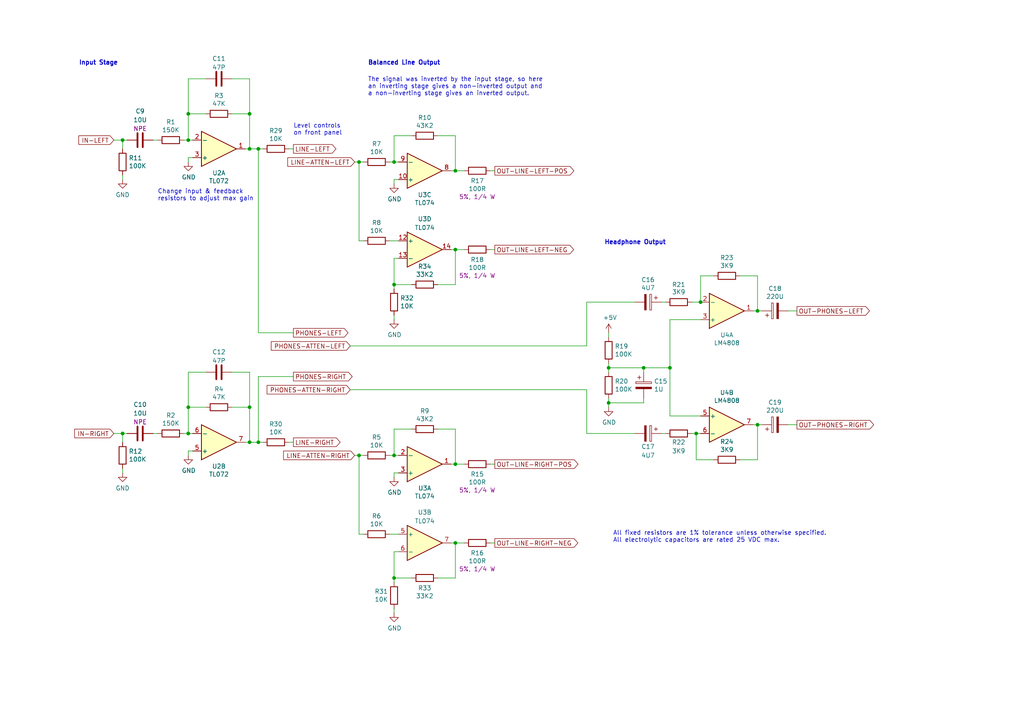
<source format=kicad_sch>
(kicad_sch (version 20211123) (generator eeschema)
  (paper "A4")
  (title_block (title "Main - Eurorack Audiout Module") (date "2022-03-17") (rev "1.3") (company "Len Popp") (comment 1 "Copyright © 2022 Len Popp CC BY") (comment 2 "Stereo headphone and balanced line outputs with level controls, 4 HP"))
  (lib_symbols
    (symbol "-lmp-opamp:TL072" (pin_names (offset 0.127))
      (property "Reference" "U" (at 0 5.08 0))
      (property "Value" "TL072" (at 0 -5.08 0))
      (symbol "TL072_1_1"
        (polyline (pts (xy -5.08 5.08) (xy 5.08 0) (xy -5.08 -5.08) (xy -5.08 5.08)) (stroke (width 0.254)) (fill (type background)))
        (pin output line (at 7.62 0 180) (length 2.54) (name "~") (number "1"))
        (pin input line (at -7.62 -2.54 0) (length 2.54) (name "-") (number "2"))
        (pin input line (at -7.62 2.54 0) (length 2.54) (name "+") (number "3"))
      )
      (symbol "TL072_2_1"
        (polyline (pts (xy -5.08 5.08) (xy 5.08 0) (xy -5.08 -5.08) (xy -5.08 5.08)) (stroke (width 0.254)) (fill (type background)))
        (pin input line (at -7.62 2.54 0) (length 2.54) (name "+") (number "5"))
        (pin input line (at -7.62 -2.54 0) (length 2.54) (name "-") (number "6"))
        (pin output line (at 7.62 0 180) (length 2.54) (name "~") (number "7"))
      )
      (symbol "TL072_3_1"
        (pin power_in line (at -2.54 -7.62 90) (length 3.81) (name "V-") (number "4"))
        (pin power_in line (at -2.54 7.62 270) (length 3.81) (name "V+") (number "8"))
      )
    )
    (symbol "-lmp-opamp:TL074" (pin_names (offset 0.127))
      (property "Reference" "U" (at 0 5.08 0))
      (property "Value" "TL074" (at 0 -5.08 0))
      (symbol "TL074_1_1"
        (polyline (pts (xy -5.08 5.08) (xy 5.08 0) (xy -5.08 -5.08) (xy -5.08 5.08)) (stroke (width 0.254)) (fill (type background)))
        (pin output line (at 7.62 0 180) (length 2.54) (name "~") (number "1"))
        (pin input line (at -7.62 -2.54 0) (length 2.54) (name "-") (number "2"))
        (pin input line (at -7.62 2.54 0) (length 2.54) (name "+") (number "3"))
      )
      (symbol "TL074_2_1"
        (polyline (pts (xy -5.08 5.08) (xy 5.08 0) (xy -5.08 -5.08) (xy -5.08 5.08)) (stroke (width 0.254)) (fill (type background)))
        (pin input line (at -7.62 2.54 0) (length 2.54) (name "+") (number "5"))
        (pin input line (at -7.62 -2.54 0) (length 2.54) (name "-") (number "6"))
        (pin output line (at 7.62 0 180) (length 2.54) (name "~") (number "7"))
      )
      (symbol "TL074_3_1"
        (polyline (pts (xy -5.08 5.08) (xy 5.08 0) (xy -5.08 -5.08) (xy -5.08 5.08)) (stroke (width 0.254)) (fill (type background)))
        (pin input line (at -7.62 2.54 0) (length 2.54) (name "+") (number "10"))
        (pin output line (at 7.62 0 180) (length 2.54) (name "~") (number "8"))
        (pin input line (at -7.62 -2.54 0) (length 2.54) (name "-") (number "9"))
      )
      (symbol "TL074_4_1"
        (polyline (pts (xy -5.08 5.08) (xy 5.08 0) (xy -5.08 -5.08) (xy -5.08 5.08)) (stroke (width 0.254)) (fill (type background)))
        (pin input line (at -7.62 2.54 0) (length 2.54) (name "+") (number "12"))
        (pin input line (at -7.62 -2.54 0) (length 2.54) (name "-") (number "13"))
        (pin output line (at 7.62 0 180) (length 2.54) (name "~") (number "14"))
      )
      (symbol "TL074_5_1"
        (pin power_in line (at -2.54 -7.62 90) (length 3.81) (name "V-") (number "11"))
        (pin power_in line (at -2.54 7.62 270) (length 3.81) (name "V+") (number "4"))
      )
    )
    (symbol "-lmp-power:+5V" (power) (pin_names (offset 0))
      (property "Value" "+5V" (at 0 3.556 0))
      (symbol "+5V_0_1"
        (polyline (pts (xy -0.762 1.27) (xy 0 2.54)))
        (polyline (pts (xy 0 0) (xy 0 2.54)))
        (polyline (pts (xy 0 2.54) (xy 0.762 1.27)))
      )
      (symbol "+5V_1_1"
        (pin power_in line (at 0 0 90) (length 0) hide (name "+5V") (number "1"))
      )
    )
    (symbol "-lmp-power:GND" (power) (pin_names (offset 0))
      (property "Value" "GND" (at 0 -3.81 0))
      (symbol "GND_0_1"
        (polyline (pts (xy 0 0) (xy 0 -1.27) (xy 1.27 -1.27) (xy 0 -2.54) (xy -1.27 -1.27) (xy 0 -1.27)))
      )
      (symbol "GND_1_1"
        (pin power_in line (at 0 0 270) (length 0) hide (name "GND") (number "1"))
      )
    )
    (symbol "-lmp-synth:CNP_10U" (pin_numbers hide) (pin_names (offset 0.254))
      (property "Reference" "C" (at 0.635 2.54 0))
      (property "Value" "CNP_10U" (at 0.635 -2.54 0))
      (property "Value2" "NPE" (at 0 0 0))
      (symbol "CNP_10U_0_1"
        (polyline (pts (xy -2.032 -0.762) (xy 2.032 -0.762)) (stroke (width 0.508)))
        (polyline (pts (xy -2.032 0.762) (xy 2.032 0.762)) (stroke (width 0.508)))
      )
      (symbol "CNP_10U_1_1"
        (pin passive line (at 0 3.81 270) (length 2.794) (name "~") (number "1"))
        (pin passive line (at 0 -3.81 90) (length 2.794) (name "~") (number "2"))
      )
    )
    (symbol "-lmp-synth:LM4808" (pin_names (offset 0.127))
      (property "Reference" "U" (at 0 5.08 0))
      (property "Value" "LM4808" (at 0 -5.08 0))
      (symbol "LM4808_1_1"
        (polyline (pts (xy -5.08 5.08) (xy 5.08 0) (xy -5.08 -5.08) (xy -5.08 5.08)) (stroke (width 0.254)) (fill (type background)))
        (pin output line (at 7.62 0 180) (length 2.54) (name "~") (number "1"))
        (pin input line (at -7.62 -2.54 0) (length 2.54) (name "-") (number "2"))
        (pin input line (at -7.62 2.54 0) (length 2.54) (name "+") (number "3"))
      )
      (symbol "LM4808_2_1"
        (polyline (pts (xy -5.08 5.08) (xy 5.08 0) (xy -5.08 -5.08) (xy -5.08 5.08)) (stroke (width 0.254)) (fill (type background)))
        (pin input line (at -7.62 2.54 0) (length 2.54) (name "+") (number "5"))
        (pin input line (at -7.62 -2.54 0) (length 2.54) (name "-") (number "6"))
        (pin output line (at 7.62 0 180) (length 2.54) (name "~") (number "7"))
      )
      (symbol "LM4808_3_1"
        (pin power_in line (at -2.54 -7.62 90) (length 3.81) (name "GND") (number "4"))
        (pin power_in line (at -2.54 7.62 270) (length 3.81) (name "V+") (number "8"))
      )
    )
    (symbol "-lmp-synth:R_1K_Output" (pin_numbers hide) (pin_names (offset 0))
      (property "Reference" "R" (at -2.286 0 90))
      (property "Value" "R_1K_Output" (at 2.413 0 90))
      (property "Value2" "5%, 1/4 W" (at 4.445 0 90))
      (symbol "R_1K_Output_0_1"
        (rectangle (start -1.016 -2.54) (end 1.016 2.54) (stroke (width 0.254)))
      )
      (symbol "R_1K_Output_1_1"
        (pin passive line (at 0 3.81 270) (length 1.27) (name "~") (number "1"))
        (pin passive line (at 0 -3.81 90) (length 1.27) (name "~") (number "2"))
      )
    )
    (symbol "-lmp:CC" (pin_numbers hide) (pin_names (offset 0.254))
      (property "Reference" "C" (at 0.635 2.54 0))
      (property "Value" "CC" (at 0.635 -2.54 0))
      (symbol "CC_0_1"
        (polyline (pts (xy -2.032 -0.762) (xy 2.032 -0.762)) (stroke (width 0.508)))
        (polyline (pts (xy -2.032 0.762) (xy 2.032 0.762)) (stroke (width 0.508)))
      )
      (symbol "CC_1_1"
        (pin passive line (at 0 3.81 270) (length 2.794) (name "~") (number "1"))
        (pin passive line (at 0 -3.81 90) (length 2.794) (name "~") (number "2"))
      )
    )
    (symbol "-lmp:CP" (pin_numbers hide) (pin_names (offset 0.254))
      (property "Reference" "C" (at 0.635 2.54 0))
      (property "Value" "CP" (at 0.635 -2.54 0))
      (symbol "CP_0_1"
        (rectangle (start -2.286 0.508) (end 2.286 1.016))
        (polyline (pts (xy -1.778 2.286) (xy -0.762 2.286)))
        (polyline (pts (xy -1.27 2.794) (xy -1.27 1.778)))
        (rectangle (start 2.286 -0.508) (end -2.286 -1.016) (fill (type outline)))
      )
      (symbol "CP_1_1"
        (pin passive line (at 0 3.81 270) (length 2.794) (name "~") (number "1"))
        (pin passive line (at 0 -3.81 90) (length 2.794) (name "~") (number "2"))
      )
    )
    (symbol "-lmp:R" (pin_numbers hide) (pin_names (offset 0))
      (property "Reference" "R" (at -2.286 0 90))
      (property "Value" "R" (at 2.413 0 90))
      (symbol "R_0_1"
        (rectangle (start -1.016 -2.54) (end 1.016 2.54) (stroke (width 0.254)))
      )
      (symbol "R_1_1"
        (pin passive line (at 0 3.81 270) (length 1.27) (name "~") (number "1"))
        (pin passive line (at 0 -3.81 90) (length 1.27) (name "~") (number "2"))
      )
    )
  )
  (junction (at 104.14 46.99))
  (junction (at 54.61 40.64))
  (junction (at 72.39 33.02))
  (junction (at 219.71 90.17))
  (junction (at 72.39 43.18))
  (junction (at 132.08 72.39))
  (junction (at 176.53 106.68))
  (junction (at 54.61 118.11))
  (junction (at 203.2 87.63))
  (junction (at 104.14 132.08))
  (junction (at 132.08 134.62))
  (junction (at 194.31 106.68))
  (junction (at 114.3 132.08))
  (junction (at 35.56 125.73))
  (junction (at 35.56 40.64))
  (junction (at 114.3 82.55))
  (junction (at 74.93 128.27))
  (junction (at 201.93 125.73))
  (junction (at 132.08 157.48))
  (junction (at 219.71 123.19))
  (junction (at 114.3 167.64))
  (junction (at 54.61 125.73))
  (junction (at 54.61 33.02))
  (junction (at 186.69 106.68))
  (junction (at 114.3 46.99))
  (junction (at 72.39 128.27))
  (junction (at 72.39 118.11))
  (junction (at 132.08 49.53))
  (junction (at 74.93 43.18))
  (junction (at 176.53 116.84))
  (wire (pts (xy 54.61 107.95) (xy 54.61 118.11)))
  (wire (pts (xy 219.71 123.19) (xy 220.98 123.19)))
  (wire (pts (xy 114.3 168.91) (xy 114.3 167.64)))
  (wire (pts (xy 114.3 132.08) (xy 115.57 132.08)))
  (wire (pts (xy 35.56 40.64) (xy 36.83 40.64)))
  (wire (pts (xy 44.45 40.64) (xy 45.72 40.64)))
  (wire (pts (xy 54.61 40.64) (xy 55.88 40.64)))
  (wire (pts (xy 115.57 69.85) (xy 113.03 69.85)))
  (wire (pts (xy 170.18 125.73) (xy 184.15 125.73)))
  (wire (pts (xy 114.3 124.46) (xy 114.3 132.08)))
  (wire (pts (xy 114.3 39.37) (xy 114.3 46.99)))
  (wire (pts (xy 186.69 106.68) (xy 186.69 107.95)))
  (wire (pts (xy 54.61 125.73) (xy 55.88 125.73)))
  (wire (pts (xy 194.31 106.68) (xy 194.31 120.65)))
  (wire (pts (xy 114.3 39.37) (xy 119.38 39.37)))
  (wire (pts (xy 203.2 87.63) (xy 203.2 80.01)))
  (wire (pts (xy 132.08 72.39) (xy 132.08 82.55)))
  (wire (pts (xy 33.02 40.64) (xy 35.56 40.64)))
  (wire (pts (xy 201.93 133.35) (xy 201.93 125.73)))
  (wire (pts (xy 176.53 106.68) (xy 176.53 105.41)))
  (wire (pts (xy 170.18 87.63) (xy 184.15 87.63)))
  (wire (pts (xy 176.53 97.79) (xy 176.53 96.52)))
  (wire (pts (xy 53.34 125.73) (xy 54.61 125.73)))
  (wire (pts (xy 85.09 43.18) (xy 83.82 43.18)))
  (wire (pts (xy 72.39 118.11) (xy 72.39 107.95)))
  (wire (pts (xy 104.14 46.99) (xy 105.41 46.99)))
  (wire (pts (xy 54.61 45.72) (xy 55.88 45.72)))
  (wire (pts (xy 54.61 22.86) (xy 54.61 33.02)))
  (wire (pts (xy 76.2 128.27) (xy 74.93 128.27)))
  (wire (pts (xy 203.2 80.01) (xy 207.01 80.01)))
  (wire (pts (xy 114.3 52.07) (xy 115.57 52.07)))
  (wire (pts (xy 119.38 82.55) (xy 114.3 82.55)))
  (wire (pts (xy 114.3 137.16) (xy 115.57 137.16)))
  (wire (pts (xy 54.61 118.11) (xy 59.69 118.11)))
  (wire (pts (xy 218.44 90.17) (xy 219.71 90.17)))
  (wire (pts (xy 219.71 80.01) (xy 219.71 90.17)))
  (wire (pts (xy 114.3 160.02) (xy 114.3 167.64)))
  (wire (pts (xy 200.66 125.73) (xy 201.93 125.73)))
  (wire (pts (xy 219.71 123.19) (xy 219.71 133.35)))
  (wire (pts (xy 132.08 39.37) (xy 132.08 49.53)))
  (wire (pts (xy 142.24 49.53) (xy 143.51 49.53)))
  (wire (pts (xy 114.3 74.93) (xy 114.3 82.55)))
  (wire (pts (xy 74.93 109.22) (xy 85.09 109.22)))
  (wire (pts (xy 72.39 43.18) (xy 71.12 43.18)))
  (wire (pts (xy 130.81 157.48) (xy 132.08 157.48)))
  (wire (pts (xy 85.09 96.52) (xy 74.93 96.52)))
  (wire (pts (xy 53.34 40.64) (xy 54.61 40.64)))
  (wire (pts (xy 72.39 22.86) (xy 67.31 22.86)))
  (wire (pts (xy 54.61 132.08) (xy 54.61 130.81)))
  (wire (pts (xy 194.31 120.65) (xy 203.2 120.65)))
  (wire (pts (xy 35.56 125.73) (xy 36.83 125.73)))
  (wire (pts (xy 76.2 43.18) (xy 74.93 43.18)))
  (wire (pts (xy 35.56 50.8) (xy 35.56 52.07)))
  (wire (pts (xy 114.3 92.71) (xy 114.3 91.44)))
  (wire (pts (xy 219.71 133.35) (xy 214.63 133.35)))
  (wire (pts (xy 113.03 132.08) (xy 114.3 132.08)))
  (wire (pts (xy 132.08 167.64) (xy 127 167.64)))
  (wire (pts (xy 74.93 43.18) (xy 74.93 96.52)))
  (wire (pts (xy 72.39 33.02) (xy 72.39 43.18)))
  (wire (pts (xy 72.39 128.27) (xy 71.12 128.27)))
  (wire (pts (xy 130.81 72.39) (xy 132.08 72.39)))
  (wire (pts (xy 59.69 107.95) (xy 54.61 107.95)))
  (wire (pts (xy 194.31 92.71) (xy 203.2 92.71)))
  (wire (pts (xy 170.18 87.63) (xy 170.18 100.33)))
  (wire (pts (xy 74.93 109.22) (xy 74.93 128.27)))
  (wire (pts (xy 132.08 157.48) (xy 134.62 157.48)))
  (wire (pts (xy 115.57 154.94) (xy 113.03 154.94)))
  (wire (pts (xy 114.3 160.02) (xy 115.57 160.02)))
  (wire (pts (xy 115.57 74.93) (xy 114.3 74.93)))
  (wire (pts (xy 132.08 134.62) (xy 130.81 134.62)))
  (wire (pts (xy 105.41 69.85) (xy 104.14 69.85)))
  (wire (pts (xy 176.53 115.57) (xy 176.53 116.84)))
  (wire (pts (xy 231.14 123.19) (xy 228.6 123.19)))
  (wire (pts (xy 101.6 113.03) (xy 170.18 113.03)))
  (wire (pts (xy 114.3 46.99) (xy 115.57 46.99)))
  (wire (pts (xy 186.69 106.68) (xy 194.31 106.68)))
  (wire (pts (xy 132.08 72.39) (xy 134.62 72.39)))
  (wire (pts (xy 59.69 22.86) (xy 54.61 22.86)))
  (wire (pts (xy 54.61 33.02) (xy 59.69 33.02)))
  (wire (pts (xy 132.08 134.62) (xy 134.62 134.62)))
  (wire (pts (xy 201.93 125.73) (xy 203.2 125.73)))
  (wire (pts (xy 170.18 125.73) (xy 170.18 113.03)))
  (wire (pts (xy 119.38 167.64) (xy 114.3 167.64)))
  (wire (pts (xy 35.56 125.73) (xy 35.56 128.27)))
  (wire (pts (xy 114.3 82.55) (xy 114.3 83.82)))
  (wire (pts (xy 72.39 128.27) (xy 74.93 128.27)))
  (wire (pts (xy 132.08 49.53) (xy 134.62 49.53)))
  (wire (pts (xy 104.14 132.08) (xy 104.14 154.94)))
  (wire (pts (xy 72.39 43.18) (xy 74.93 43.18)))
  (wire (pts (xy 35.56 135.89) (xy 35.56 137.16)))
  (wire (pts (xy 132.08 49.53) (xy 130.81 49.53)))
  (wire (pts (xy 104.14 132.08) (xy 105.41 132.08)))
  (wire (pts (xy 54.61 40.64) (xy 54.61 33.02)))
  (wire (pts (xy 194.31 92.71) (xy 194.31 106.68)))
  (wire (pts (xy 114.3 138.43) (xy 114.3 137.16)))
  (wire (pts (xy 72.39 107.95) (xy 67.31 107.95)))
  (wire (pts (xy 72.39 118.11) (xy 72.39 128.27)))
  (wire (pts (xy 101.6 100.33) (xy 170.18 100.33)))
  (wire (pts (xy 214.63 80.01) (xy 219.71 80.01)))
  (wire (pts (xy 35.56 40.64) (xy 35.56 43.18)))
  (wire (pts (xy 72.39 33.02) (xy 72.39 22.86)))
  (wire (pts (xy 132.08 82.55) (xy 127 82.55)))
  (wire (pts (xy 219.71 90.17) (xy 220.98 90.17)))
  (wire (pts (xy 105.41 154.94) (xy 104.14 154.94)))
  (wire (pts (xy 132.08 124.46) (xy 132.08 134.62)))
  (wire (pts (xy 193.04 125.73) (xy 191.77 125.73)))
  (wire (pts (xy 54.61 130.81) (xy 55.88 130.81)))
  (wire (pts (xy 67.31 33.02) (xy 72.39 33.02)))
  (wire (pts (xy 176.53 116.84) (xy 186.69 116.84)))
  (wire (pts (xy 67.31 118.11) (xy 72.39 118.11)))
  (wire (pts (xy 33.02 125.73) (xy 35.56 125.73)))
  (wire (pts (xy 102.87 132.08) (xy 104.14 132.08)))
  (wire (pts (xy 54.61 125.73) (xy 54.61 118.11)))
  (wire (pts (xy 176.53 118.11) (xy 176.53 116.84)))
  (wire (pts (xy 200.66 87.63) (xy 203.2 87.63)))
  (wire (pts (xy 142.24 157.48) (xy 143.51 157.48)))
  (wire (pts (xy 127 39.37) (xy 132.08 39.37)))
  (wire (pts (xy 176.53 106.68) (xy 186.69 106.68)))
  (wire (pts (xy 102.87 46.99) (xy 104.14 46.99)))
  (wire (pts (xy 114.3 124.46) (xy 119.38 124.46)))
  (wire (pts (xy 114.3 53.34) (xy 114.3 52.07)))
  (wire (pts (xy 113.03 46.99) (xy 114.3 46.99)))
  (wire (pts (xy 85.09 128.27) (xy 83.82 128.27)))
  (wire (pts (xy 186.69 116.84) (xy 186.69 115.57)))
  (wire (pts (xy 142.24 134.62) (xy 143.51 134.62)))
  (wire (pts (xy 218.44 123.19) (xy 219.71 123.19)))
  (wire (pts (xy 114.3 177.8) (xy 114.3 176.53)))
  (wire (pts (xy 228.6 90.17) (xy 231.14 90.17)))
  (wire (pts (xy 207.01 133.35) (xy 201.93 133.35)))
  (wire (pts (xy 127 124.46) (xy 132.08 124.46)))
  (wire (pts (xy 54.61 46.99) (xy 54.61 45.72)))
  (wire (pts (xy 44.45 125.73) (xy 45.72 125.73)))
  (wire (pts (xy 142.24 72.39) (xy 143.51 72.39)))
  (wire (pts (xy 191.77 87.63) (xy 193.04 87.63)))
  (wire (pts (xy 104.14 46.99) (xy 104.14 69.85)))
  (wire (pts (xy 132.08 157.48) (xy 132.08 167.64)))
  (wire (pts (xy 176.53 107.95) (xy 176.53 106.68)))
  (text "Input Stage" (at 22.86 19.05 0) (effects (font (size 1.27 1.27) (thickness 0.254) bold) (justify left bottom)))
  (text "Level controls\non front panel" (at 85.09 39.37 0) (effects (font (size 1.27 1.27)) (justify left bottom)))
  (text "Change input & feedback \nresistors to adjust max gain" (at 45.72 58.42 0) (effects (font (size 1.27 1.27)) (justify left bottom)))
  (text "The signal was inverted by the input stage, so here \nan inverting stage gives a non-inverted output and \na non-inverting stage gives an inverted output." (at 106.68 27.94 0) (effects (font (size 1.27 1.27)) (justify left bottom)))
  (text "Headphone Output" (at 175.26 71.12 0) (effects (font (size 1.27 1.27) bold) (justify left bottom)))
  (text "Balanced Line Output" (at 106.68 19.05 0) (effects (font (size 1.27 1.27) bold) (justify left bottom)))
  (text "All fixed resistors are 1% tolerance unless otherwise specified.\nAll electrolytic capacitors are rated 25 VDC max." (at 177.8 157.48 0) (effects (font (size 1.27 1.27)) (justify left bottom)))
  (global_label "LINE-LEFT" (shape output) (at 85.09 43.18 0) (property "Intersheet References" "${INTERSHEET_REFS}" (effects hide)))
  (global_label "OUT-PHONES-LEFT" (shape output) (at 231.14 90.17 0) (property "Intersheet References" "${INTERSHEET_REFS}" (effects hide)))
  (global_label "OUT-LINE-RIGHT-NEG" (shape output) (at 143.51 157.48 0) (property "Intersheet References" "${INTERSHEET_REFS}" (effects hide)))
  (global_label "OUT-LINE-LEFT-NEG" (shape output) (at 143.51 72.39 0) (property "Intersheet References" "${INTERSHEET_REFS}" (effects hide)))
  (global_label "IN-LEFT" (shape input) (at 33.02 40.64 180) (property "Intersheet References" "${INTERSHEET_REFS}" (effects hide)))
  (global_label "LINE-ATTEN-RIGHT" (shape input) (at 102.87 132.08 180) (property "Intersheet References" "${INTERSHEET_REFS}" (effects hide)))
  (global_label "PHONES-RIGHT" (shape output) (at 85.09 109.22 0) (property "Intersheet References" "${INTERSHEET_REFS}" (effects hide)))
  (global_label "OUT-LINE-RIGHT-POS" (shape output) (at 143.51 134.62 0) (property "Intersheet References" "${INTERSHEET_REFS}" (effects hide)))
  (global_label "PHONES-ATTEN-RIGHT" (shape input) (at 101.6 113.03 180) (property "Intersheet References" "${INTERSHEET_REFS}" (effects hide)))
  (global_label "OUT-LINE-LEFT-POS" (shape output) (at 143.51 49.53 0) (property "Intersheet References" "${INTERSHEET_REFS}" (effects hide)))
  (global_label "PHONES-ATTEN-LEFT" (shape input) (at 101.6 100.33 180) (property "Intersheet References" "${INTERSHEET_REFS}" (effects hide)))
  (global_label "PHONES-LEFT" (shape output) (at 85.09 96.52 0) (property "Intersheet References" "${INTERSHEET_REFS}" (effects hide)))
  (global_label "OUT-PHONES-RIGHT" (shape output) (at 231.14 123.19 0) (property "Intersheet References" "${INTERSHEET_REFS}" (effects hide)))
  (global_label "LINE-ATTEN-LEFT" (shape input) (at 102.87 46.99 180) (property "Intersheet References" "${INTERSHEET_REFS}" (effects hide)))
  (global_label "LINE-RIGHT" (shape output) (at 85.09 128.27 0) (property "Intersheet References" "${INTERSHEET_REFS}" (effects hide)))
  (global_label "IN-RIGHT" (shape input) (at 33.02 125.73 180) (property "Intersheet References" "${INTERSHEET_REFS}" (effects hide)))
  (symbol (lib_id "-lmp:R") (at 49.53 40.64 270) (unit 1)
    (property "Reference" "R1" (at 49.53 35.3822 90))
    (property "Value" "150K" (at 49.53 37.6936 90))
    (property "Footprint" "-lmp-misc:R_Axial_DIN0207_L6.3mm_D2.5mm_P7.62mm_Horizontal" (effects hide))
    (property "Datasheet" "https://www.mouser.ca/datasheet/2/447/Yageo_LR_MFR_1-1714151.pdf" (effects hide))
    (property "Distributor" "Mouser" (effects hide))
    (property "DistributorPartLink" "https://www.mouser.ca/ProductDetail/YAGEO/MFR-12FTF52-150K?qs=oAGoVhmvjhyn6tjndOraRA%3D%3D" (effects hide))
    (property "DistributorPartNum" "603-MFR-12FTF52-150K" (effects hide))
    (property "Manufacturer" "YAGEO" (effects hide))
    (property "ManufacturerPartNum" "MFR-12FTF52-150K" (effects hide))
  )
  (symbol (lib_id "-lmp:R") (at 63.5 33.02 270) (unit 1)
    (property "Reference" "R3" (at 63.5 27.7622 90))
    (property "Value" "47K" (at 63.5 30.0736 90))
    (property "Footprint" "-lmp-misc:R_Axial_DIN0207_L6.3mm_D2.5mm_P7.62mm_Horizontal" (effects hide))
    (property "Datasheet" "https://www.mouser.ca/datasheet/2/447/Yageo_LR_MFR_1-1714151.pdf" (effects hide))
    (property "Manufacturer" "YAGEO" (effects hide))
    (property "ManufacturerPartNum" "MFR-12FTF52-47K" (effects hide))
    (property "Distributor" "Mouser" (effects hide))
    (property "DistributorPartNum" "603-MFR-12FTF52-47K" (effects hide))
    (property "DistributorPartLink" "https://www.mouser.ca/ProductDetail/YAGEO/MFR-12FTF52-47K?qs=oAGoVhmvjhylO%2Fy0ChGYrw%3D%3D" (effects hide))
  )
  (symbol (lib_id "-lmp-synth:CNP_10U") (at 40.64 40.64 270) (unit 1)
    (property "Reference" "C9" (at 40.64 32.2444 90))
    (property "Value" "10U" (at 40.64 34.7813 90))
    (property "Footprint" "-lmp-misc:C_Radial_D5.0mm_H5.0mm_P2.50mm" (effects hide))
    (property "Datasheet" "https://www.mouser.ca/datasheet/2/315/ABA0000C1053-947510.pdf" (effects hide))
    (property "Value2" "NPE" (at 40.64 37.3182 90))
    (property "Distributor" "Mouser" (effects hide))
    (property "Manufacturer" "Panasonic" (effects hide))
    (property "ManufacturerPartNum" "ECE-A1EN100UI" (effects hide))
    (property "DistributorPartNum" "667-ECE-A1EN100UI" (effects hide))
    (property "DistributorPartLink" "https://www.mouser.ca/ProductDetail/Panasonic/ECE-A1EN100UI?qs=0h1gzos03f36mGOUyzNXaA%3D%3D" (effects hide))
  )
  (symbol (lib_id "-lmp:R") (at 123.19 124.46 270) (unit 1)
    (property "Reference" "R9" (at 123.19 119.2022 90))
    (property "Value" "43K2" (at 123.19 121.5136 90))
    (property "Footprint" "-lmp-misc:R_Axial_DIN0207_L6.3mm_D2.5mm_P7.62mm_Horizontal" (effects hide))
    (property "Datasheet" "https://www.mouser.ca/datasheet/2/427/cmfmil-1762972.pdf" (effects hide))
    (property "Manufacturer" "Vishay / Dale" (effects hide))
    (property "ManufacturerPartNum" "RN55D4322FRE6" (effects hide))
    (property "Distributor" "Mouser" (effects hide))
    (property "DistributorPartNum" "71-RN55D-F-43.2K/R" (effects hide))
    (property "DistributorPartLink" "https://www.mouser.ca/ProductDetail/Vishay-Dale/RN55D4322FRE6?qs=uspOzq2yv%2FMqqeE%2Fvm%252BOVQ%3D%3D" (effects hide))
  )
  (symbol (lib_id "-lmp:R") (at 109.22 132.08 270) (unit 1)
    (property "Reference" "R5" (at 109.22 126.8222 90))
    (property "Value" "10K" (at 109.22 129.1336 90))
    (property "Footprint" "-lmp-misc:R_Axial_DIN0207_L6.3mm_D2.5mm_P7.62mm_Horizontal" (effects hide))
    (property "Datasheet" "https://www.mouser.ca/datasheet/2/447/Yageo_LR_MFR_1-1714151.pdf" (effects hide))
    (property "Distributor" "Mouser" (effects hide))
    (property "DistributorPartLink" "https://www.mouser.ca/ProductDetail/YAGEO/MFR-12FRF52-10K?qs=19cKSROHwrBLAZVjkXsohw%3D%3D" (effects hide))
    (property "DistributorPartNum" "603-MFR-12FRF5210K" (effects hide))
    (property "Manufacturer" "YAGEO" (effects hide))
    (property "ManufacturerPartNum" "MFR-12FRF52-10K" (effects hide))
  )
  (symbol (lib_id "-lmp-power:GND") (at 114.3 138.43 0) (unit 1)
    (property "Reference" "#PWR012" (effects hide))
    (property "Value" "GND" (at 114.427 142.8242 0))
  )
  (symbol (lib_id "-lmp:R") (at 109.22 154.94 270) (unit 1)
    (property "Reference" "R6" (at 109.22 149.6822 90))
    (property "Value" "10K" (at 109.22 151.9936 90))
    (property "Footprint" "-lmp-misc:R_Axial_DIN0207_L6.3mm_D2.5mm_P7.62mm_Horizontal" (effects hide))
    (property "Datasheet" "https://www.mouser.ca/datasheet/2/447/Yageo_LR_MFR_1-1714151.pdf" (effects hide))
    (property "Distributor" "Mouser" (effects hide))
    (property "DistributorPartLink" "https://www.mouser.ca/ProductDetail/YAGEO/MFR-12FRF52-10K?qs=19cKSROHwrBLAZVjkXsohw%3D%3D" (effects hide))
    (property "DistributorPartNum" "603-MFR-12FRF5210K" (effects hide))
    (property "Manufacturer" "YAGEO" (effects hide))
    (property "ManufacturerPartNum" "MFR-12FRF52-10K" (effects hide))
  )
  (symbol (lib_id "-lmp-synth:R_1K_Output") (at 138.43 134.62 270) (unit 1)
    (property "Reference" "R15" (at 138.43 137.541 90))
    (property "Value" "100R" (at 138.43 139.8524 90))
    (property "Footprint" "-lmp-misc:R_Axial_DIN0207_L6.3mm_D2.5mm_P10.16mm_Horizontal" (effects hide))
    (property "Datasheet" "https://www.mouser.ca/datasheet/2/447/Yageo_LR_MFR_1-1714151.pdf" (effects hide))
    (property "Manufacturer" "YAGEO" (effects hide))
    (property "ManufacturerPartNum" "MFR-25FTF52-100R" (effects hide))
    (property "Distributor" "Mouser" (effects hide))
    (property "DistributorPartNum" "603-MFR-25FTF52-100R" (effects hide))
    (property "DistributorPartLink" "https://www.mouser.ca/ProductDetail/603-MFR-25FTF52-100R" (effects hide))
    (property "Note" "Output limiting" (effects hide))
    (property "Value2" "5%, 1/4 W" (at 138.43 142.1638 90))
  )
  (symbol (lib_id "-lmp-power:GND") (at 54.61 46.99 0) (unit 1)
    (property "Reference" "#PWR010" (effects hide))
    (property "Value" "GND" (at 54.737 51.3842 0))
  )
  (symbol (lib_id "-lmp-synth:R_1K_Output") (at 138.43 157.48 270) (unit 1)
    (property "Reference" "R16" (at 138.43 160.401 90))
    (property "Value" "100R" (at 138.43 162.7124 90))
    (property "Footprint" "-lmp-misc:R_Axial_DIN0207_L6.3mm_D2.5mm_P10.16mm_Horizontal" (effects hide))
    (property "Datasheet" "https://www.mouser.ca/datasheet/2/447/Yageo_LR_MFR_1-1714151.pdf" (effects hide))
    (property "Manufacturer" "YAGEO" (effects hide))
    (property "ManufacturerPartNum" "MFR-25FTF52-100R" (effects hide))
    (property "Distributor" "Mouser" (effects hide))
    (property "DistributorPartNum" "603-MFR-25FTF52-100R" (effects hide))
    (property "DistributorPartLink" "https://www.mouser.ca/ProductDetail/603-MFR-25FTF52-100R" (effects hide))
    (property "Note" "Output limiting" (effects hide))
    (property "Value2" "5%, 1/4 W" (at 138.43 165.0238 90))
  )
  (symbol (lib_id "-lmp-power:+5V") (at 176.53 96.52 0) (unit 1)
    (property "Reference" "#PWR026" (effects hide))
    (property "Value" "+5V" (at 176.911 92.1258 0))
  )
  (symbol (lib_id "-lmp:R") (at 176.53 101.6 0) (unit 1)
    (property "Reference" "R19" (at 178.308 100.4316 0) (effects (justify left)))
    (property "Value" "100K" (at 178.308 102.743 0) (effects (justify left)))
    (property "Footprint" "-lmp-misc:R_Axial_DIN0207_L6.3mm_D2.5mm_P7.62mm_Horizontal" (effects hide))
    (property "Datasheet" "https://www.mouser.ca/datasheet/2/447/Yageo_LR_MFR_1-1714151.pdf" (effects hide))
    (property "Distributor" "Mouser" (effects hide))
    (property "DistributorPartLink" "https://www.mouser.ca/ProductDetail/603-MFR-12FTF52-100K" (effects hide))
    (property "DistributorPartNum" "603-MFR-12FTF52-100K" (effects hide))
    (property "Manufacturer" "YAGEO" (effects hide))
    (property "ManufacturerPartNum" "MFR-12FTF52-100K" (effects hide))
  )
  (symbol (lib_id "-lmp:R") (at 176.53 111.76 0) (unit 1)
    (property "Reference" "R20" (at 178.308 110.5916 0) (effects (justify left)))
    (property "Value" "100K" (at 178.308 112.903 0) (effects (justify left)))
    (property "Footprint" "-lmp-misc:R_Axial_DIN0207_L6.3mm_D2.5mm_P7.62mm_Horizontal" (effects hide))
    (property "Datasheet" "https://www.mouser.ca/datasheet/2/447/Yageo_LR_MFR_1-1714151.pdf" (effects hide))
    (property "Distributor" "Mouser" (effects hide))
    (property "DistributorPartLink" "https://www.mouser.ca/ProductDetail/603-MFR-12FTF52-100K" (effects hide))
    (property "DistributorPartNum" "603-MFR-12FTF52-100K" (effects hide))
    (property "Manufacturer" "YAGEO" (effects hide))
    (property "ManufacturerPartNum" "MFR-12FTF52-100K" (effects hide))
  )
  (symbol (lib_id "-lmp-power:GND") (at 176.53 118.11 0) (unit 1)
    (property "Reference" "#PWR027" (effects hide))
    (property "Value" "GND" (at 176.657 122.5042 0))
  )
  (symbol (lib_id "-lmp:CP") (at 186.69 111.76 0) (unit 1)
    (property "Reference" "C15" (at 189.6872 110.5916 0) (effects (justify left)))
    (property "Value" "1U" (at 189.6872 112.903 0) (effects (justify left)))
    (property "Footprint" "Capacitor_THT:CP_Radial_D5.0mm_P2.00mm" (effects hide))
    (property "Datasheet" "https://www.mouser.ca/datasheet/2/977/e_YXJ-1601195.pdf" (effects hide))
    (property "Manufacturer" "Rubycon" (effects hide))
    (property "ManufacturerPartNum" "50YXJ1M5X11" (effects hide))
    (property "Distributor" "Mouser" (effects hide))
    (property "DistributorPartNum" "232-50YXJ1M5X11" (effects hide))
    (property "DistributorPartLink" "https://www.mouser.ca/ProductDetail/Rubycon/50YXJ1M5X11?qs=T3oQrply3y9AG9vJ4bKZNQ%3D%3D" (effects hide))
  )
  (symbol (lib_id "-lmp:CP") (at 224.79 90.17 90) (unit 1)
    (property "Reference" "C18" (at 224.79 83.693 90))
    (property "Value" "220U" (at 224.79 86.0044 90))
    (property "Footprint" "Capacitor_THT:CP_Radial_D8.0mm_P3.50mm" (effects hide))
    (property "Datasheet" "https://www.mouser.ca/datasheet/2/315/ABA0000C1024-947657.pdf" (effects hide))
    (property "Manufacturer" "Panasonic" (effects hide))
    (property "ManufacturerPartNum" "EEU-EB1E221SJ" (effects hide))
    (property "Distributor" "Mouser" (effects hide))
    (property "DistributorPartNum" "667-EEU-EB1E221SJ" (effects hide))
    (property "DistributorPartLink" "https://www.mouser.ca/ProductDetail/Panasonic/EEU-EB1E221SJ?qs=MtOUKumLmna6f0Pf4au4uQ%3D%3D" (effects hide))
  )
  (symbol (lib_id "-lmp:R") (at 210.82 80.01 270) (unit 1)
    (property "Reference" "R23" (at 210.82 74.7522 90))
    (property "Value" "3K9" (at 210.82 77.0636 90))
    (property "Footprint" "-lmp-misc:R_Axial_DIN0207_L6.3mm_D2.5mm_P7.62mm_Horizontal" (effects hide))
    (property "Datasheet" "https://www.mouser.ca/datasheet/2/447/Yageo_LR_MFR_1-1714151.pdf" (effects hide))
    (property "Manufacturer" "YAGEO" (effects hide))
    (property "ManufacturerPartNum" "MFR-12FTF52-3K9" (effects hide))
    (property "Distributor" "Mouser" (effects hide))
    (property "DistributorPartNum" "603-MFR-12FTF52-3K9" (effects hide))
    (property "DistributorPartLink" "https://www.mouser.ca/ProductDetail/603-MFR-12FTF52-3K9" (effects hide))
  )
  (symbol (lib_id "-lmp:R") (at 196.85 87.63 270) (unit 1)
    (property "Reference" "R21" (at 196.85 82.55 90))
    (property "Value" "3K9" (at 196.85 84.6836 90))
    (property "Footprint" "-lmp-misc:R_Axial_DIN0207_L6.3mm_D2.5mm_P7.62mm_Horizontal" (effects hide))
    (property "Datasheet" "https://www.mouser.ca/datasheet/2/447/Yageo_LR_MFR_1-1714151.pdf" (effects hide))
    (property "Manufacturer" "YAGEO" (effects hide))
    (property "ManufacturerPartNum" "MFR-12FTF52-3K9" (effects hide))
    (property "Distributor" "Mouser" (effects hide))
    (property "DistributorPartNum" "603-MFR-12FTF52-3K9" (effects hide))
    (property "DistributorPartLink" "https://www.mouser.ca/ProductDetail/603-MFR-12FTF52-3K9" (effects hide))
  )
  (symbol (lib_id "-lmp:CP") (at 187.96 87.63 270) (unit 1)
    (property "Reference" "C16" (at 187.96 81.153 90))
    (property "Value" "4U7" (at 187.96 83.4644 90))
    (property "Footprint" "-lmp-misc:CP_Radial_D4.0mm_P2.50mm" (effects hide))
    (property "Datasheet" "https://www.mouser.ca/datasheet/2/315/ABA0000C1050-947578.pdf" (effects hide))
    (property "Manufacturer" "Panasonic" (effects hide))
    (property "ManufacturerPartNum" "ECE-A1EKA4R7I" (effects hide))
    (property "Distributor" "Mouser" (effects hide))
    (property "DistributorPartNum" " 667-ECE-A1EKA4R7I" (effects hide))
    (property "DistributorPartLink" "https://www.mouser.ca/ProductDetail/?qs=rMMd5vBiahozL%2Fri%252Bowqyg%3D%3D" (effects hide))
  )
  (symbol (lib_id "-lmp:R") (at 210.82 133.35 270) (unit 1)
    (property "Reference" "R24" (at 210.82 128.0922 90))
    (property "Value" "3K9" (at 210.82 130.4036 90))
    (property "Footprint" "-lmp-misc:R_Axial_DIN0207_L6.3mm_D2.5mm_P7.62mm_Horizontal" (effects hide))
    (property "Datasheet" "https://www.mouser.ca/datasheet/2/447/Yageo_LR_MFR_1-1714151.pdf" (effects hide))
    (property "Manufacturer" "YAGEO" (effects hide))
    (property "ManufacturerPartNum" "MFR-12FTF52-3K9" (effects hide))
    (property "Distributor" "Mouser" (effects hide))
    (property "DistributorPartNum" "603-MFR-12FTF52-3K9" (effects hide))
    (property "DistributorPartLink" "https://www.mouser.ca/ProductDetail/603-MFR-12FTF52-3K9" (effects hide))
  )
  (symbol (lib_id "-lmp:CP") (at 224.79 123.19 90) (unit 1)
    (property "Reference" "C19" (at 224.79 116.713 90))
    (property "Value" "220U" (at 224.79 119.0244 90))
    (property "Footprint" "Capacitor_THT:CP_Radial_D8.0mm_P3.50mm" (effects hide))
    (property "Datasheet" "https://www.mouser.ca/datasheet/2/315/ABA0000C1024-947657.pdf" (effects hide))
    (property "Manufacturer" "Panasonic" (effects hide))
    (property "ManufacturerPartNum" "EEU-EB1E221SJ" (effects hide))
    (property "Distributor" "Mouser" (effects hide))
    (property "DistributorPartNum" "667-EEU-EB1E221SJ" (effects hide))
    (property "DistributorPartLink" "https://www.mouser.ca/ProductDetail/Panasonic/EEU-EB1E221SJ?qs=MtOUKumLmna6f0Pf4au4uQ%3D%3D" (effects hide))
  )
  (symbol (lib_id "-lmp:CP") (at 187.96 125.73 270) (unit 1)
    (property "Reference" "C17" (at 187.96 129.54 90))
    (property "Value" "4U7" (at 187.96 132.08 90))
    (property "Footprint" "-lmp-misc:CP_Radial_D4.0mm_P2.50mm" (effects hide))
    (property "Datasheet" "https://www.mouser.ca/datasheet/2/315/ABA0000C1050-947578.pdf" (effects hide))
    (property "Manufacturer" "Panasonic" (effects hide))
    (property "ManufacturerPartNum" "ECE-A1EKA4R7I" (effects hide))
    (property "Distributor" "Mouser" (effects hide))
    (property "DistributorPartNum" "667-ECE-A1EKA4R7I" (effects hide))
    (property "DistributorPartLink" "https://www.mouser.ca/ProductDetail/?qs=rMMd5vBiahozL%2Fri%252Bowqyg%3D%3D" (effects hide))
  )
  (symbol (lib_id "-lmp:R") (at 196.85 125.73 270) (unit 1)
    (property "Reference" "R22" (at 196.85 128.27 90))
    (property "Value" "3K9" (at 196.85 130.81 90))
    (property "Footprint" "-lmp-misc:R_Axial_DIN0207_L6.3mm_D2.5mm_P7.62mm_Horizontal" (effects hide))
    (property "Datasheet" "https://www.mouser.ca/datasheet/2/447/Yageo_LR_MFR_1-1714151.pdf" (effects hide))
    (property "Manufacturer" "YAGEO" (effects hide))
    (property "ManufacturerPartNum" "MFR-12FTF52-3K9" (effects hide))
    (property "Distributor" "Mouser" (effects hide))
    (property "DistributorPartNum" "603-MFR-12FTF52-3K9" (effects hide))
    (property "DistributorPartLink" "https://www.mouser.ca/ProductDetail/603-MFR-12FTF52-3K9" (effects hide))
  )
  (symbol (lib_id "-lmp:R") (at 114.3 172.72 0) (unit 1)
    (property "Reference" "R31" (at 112.5474 171.5516 0) (effects (justify right)))
    (property "Value" "10K" (at 112.5474 173.863 0) (effects (justify right)))
    (property "Footprint" "-lmp-misc:R_Axial_DIN0207_L6.3mm_D2.5mm_P7.62mm_Horizontal" (effects hide))
    (property "Datasheet" "https://www.mouser.ca/datasheet/2/447/Yageo_LR_MFR_1-1714151.pdf" (effects hide))
    (property "Distributor" "Mouser" (effects hide))
    (property "DistributorPartLink" "https://www.mouser.ca/ProductDetail/YAGEO/MFR-12FRF52-10K?qs=19cKSROHwrBLAZVjkXsohw%3D%3D" (effects hide))
    (property "DistributorPartNum" "603-MFR-12FRF5210K" (effects hide))
    (property "Manufacturer" "YAGEO" (effects hide))
    (property "ManufacturerPartNum" "MFR-12FRF52-10K" (effects hide))
  )
  (symbol (lib_id "-lmp-power:GND") (at 114.3 177.8 0) (unit 1)
    (property "Reference" "#PWR06" (effects hide))
    (property "Value" "GND" (at 114.427 182.1942 0))
  )
  (symbol (lib_id "-lmp:R") (at 123.19 167.64 270) (unit 1)
    (property "Reference" "R33" (at 123.19 170.561 90))
    (property "Value" "33K2" (at 123.19 172.8724 90))
    (property "Footprint" "-lmp-misc:R_Axial_DIN0207_L6.3mm_D2.5mm_P7.62mm_Horizontal" (effects hide))
    (property "Datasheet" "https://www.mouser.ca/datasheet/2/427/cmfmil-1762972.pdf" (effects hide))
    (property "Manufacturer" "Vishay / Dale" (effects hide))
    (property "ManufacturerPartNum" "RN55D3322FRE6" (effects hide))
    (property "Distributor" "Mouser" (effects hide))
    (property "DistributorPartNum" "71-RN55D-F-33.2K/R" (effects hide))
    (property "DistributorPartLink" "https://www.mouser.ca/ProductDetail/Vishay-Dale/RN55D3322FRE6?qs=uspOzq2yv%2FMDGZ25jlboYQ%3D%3D" (effects hide))
  )
  (symbol (lib_id "-lmp:R") (at 123.19 82.55 270) (unit 1)
    (property "Reference" "R34" (at 123.19 77.2922 90))
    (property "Value" "33K2" (at 123.19 79.6036 90))
    (property "Footprint" "-lmp-misc:R_Axial_DIN0207_L6.3mm_D2.5mm_P7.62mm_Horizontal" (effects hide))
    (property "Datasheet" "https://www.mouser.ca/datasheet/2/427/cmfmil-1762972.pdf" (effects hide))
    (property "Manufacturer" "Vishay / Dale" (effects hide))
    (property "ManufacturerPartNum" "RN55D3322FRE6" (effects hide))
    (property "Distributor" "Mouser" (effects hide))
    (property "DistributorPartNum" "71-RN55D-F-33.2K/R" (effects hide))
    (property "DistributorPartLink" "https://www.mouser.ca/ProductDetail/Vishay-Dale/RN55D3322FRE6?qs=uspOzq2yv%2FMDGZ25jlboYQ%3D%3D" (effects hide))
  )
  (symbol (lib_id "-lmp:R") (at 114.3 87.63 0) (unit 1)
    (property "Reference" "R32" (at 116.078 86.4616 0) (effects (justify left)))
    (property "Value" "10K" (at 116.078 88.773 0) (effects (justify left)))
    (property "Footprint" "-lmp-misc:R_Axial_DIN0207_L6.3mm_D2.5mm_P7.62mm_Horizontal" (effects hide))
    (property "Datasheet" "https://www.mouser.ca/datasheet/2/447/Yageo_LR_MFR_1-1714151.pdf" (effects hide))
    (property "Distributor" "Mouser" (effects hide))
    (property "DistributorPartLink" "https://www.mouser.ca/ProductDetail/YAGEO/MFR-12FRF52-10K?qs=19cKSROHwrBLAZVjkXsohw%3D%3D" (effects hide))
    (property "DistributorPartNum" "603-MFR-12FRF5210K" (effects hide))
    (property "Manufacturer" "YAGEO" (effects hide))
    (property "ManufacturerPartNum" "MFR-12FRF52-10K" (effects hide))
  )
  (symbol (lib_id "-lmp-power:GND") (at 114.3 92.71 0) (unit 1)
    (property "Reference" "#PWR08" (effects hide))
    (property "Value" "GND" (at 114.427 97.1042 0))
  )
  (symbol (lib_id "-lmp:R") (at 49.53 125.73 270) (unit 1)
    (property "Reference" "R2" (at 49.53 120.4722 90))
    (property "Value" "150K" (at 49.53 122.7836 90))
    (property "Footprint" "-lmp-misc:R_Axial_DIN0207_L6.3mm_D2.5mm_P7.62mm_Horizontal" (effects hide))
    (property "Datasheet" "https://www.mouser.ca/datasheet/2/447/Yageo_LR_MFR_1-1714151.pdf" (effects hide))
    (property "Distributor" "Mouser" (effects hide))
    (property "DistributorPartLink" "https://www.mouser.ca/ProductDetail/YAGEO/MFR-12FTF52-150K?qs=oAGoVhmvjhyn6tjndOraRA%3D%3D" (effects hide))
    (property "DistributorPartNum" "603-MFR-12FTF52-150K" (effects hide))
    (property "Manufacturer" "YAGEO" (effects hide))
    (property "ManufacturerPartNum" "MFR-12FTF52-150K" (effects hide))
  )
  (symbol (lib_id "-lmp:R") (at 63.5 118.11 270) (unit 1)
    (property "Reference" "R4" (at 63.5 112.8522 90))
    (property "Value" "47K" (at 63.5 115.1636 90))
    (property "Footprint" "-lmp-misc:R_Axial_DIN0207_L6.3mm_D2.5mm_P7.62mm_Horizontal" (effects hide))
    (property "Datasheet" "https://www.mouser.ca/datasheet/2/447/Yageo_LR_MFR_1-1714151.pdf" (effects hide))
    (property "Manufacturer" "YAGEO" (effects hide))
    (property "ManufacturerPartNum" "MFR-12FTF52-47K" (effects hide))
    (property "Distributor" "Mouser" (effects hide))
    (property "DistributorPartNum" "603-MFR-12FTF52-47K" (effects hide))
    (property "DistributorPartLink" "https://www.mouser.ca/ProductDetail/YAGEO/MFR-12FTF52-47K?qs=oAGoVhmvjhylO%2Fy0ChGYrw%3D%3D" (effects hide))
  )
  (symbol (lib_id "-lmp-synth:CNP_10U") (at 40.64 125.73 270) (unit 1)
    (property "Reference" "C10" (at 40.64 117.3344 90))
    (property "Value" "10U" (at 40.64 119.8713 90))
    (property "Footprint" "-lmp-misc:C_Radial_D5.0mm_H5.0mm_P2.50mm" (effects hide))
    (property "Datasheet" "https://www.mouser.ca/datasheet/2/315/ABA0000C1053-947510.pdf" (effects hide))
    (property "Value2" "NPE" (at 40.64 122.4082 90))
    (property "Manufacturer" "Panasonic" (effects hide))
    (property "ManufacturerPartNum" "ECE-A1EN100UI" (effects hide))
    (property "Distributor" "Mouser" (effects hide))
    (property "DistributorPartNum" "667-ECE-A1EN100UI" (effects hide))
    (property "DistributorPartLink" "https://www.mouser.ca/ProductDetail/Panasonic/ECE-A1EN100UI?qs=0h1gzos03f36mGOUyzNXaA%3D%3D" (effects hide))
  )
  (symbol (lib_id "-lmp:R") (at 123.19 39.37 270) (unit 1)
    (property "Reference" "R10" (at 123.19 34.1122 90))
    (property "Value" "43K2" (at 123.19 36.4236 90))
    (property "Footprint" "-lmp-misc:R_Axial_DIN0207_L6.3mm_D2.5mm_P7.62mm_Horizontal" (effects hide))
    (property "Datasheet" "https://www.mouser.ca/datasheet/2/427/cmfmil-1762972.pdf" (effects hide))
    (property "Manufacturer" "Vishay / Dale" (effects hide))
    (property "ManufacturerPartNum" "RN55D4322FRE6" (effects hide))
    (property "Distributor" "Mouser" (effects hide))
    (property "DistributorPartNum" "71-RN55D-F-43.2K/R" (effects hide))
    (property "DistributorPartLink" "https://www.mouser.ca/ProductDetail/Vishay-Dale/RN55D4322FRE6?qs=uspOzq2yv%2FMqqeE%2Fvm%252BOVQ%3D%3D" (effects hide))
  )
  (symbol (lib_id "-lmp:R") (at 109.22 46.99 270) (unit 1)
    (property "Reference" "R7" (at 109.22 41.7322 90))
    (property "Value" "10K" (at 109.22 44.0436 90))
    (property "Footprint" "-lmp-misc:R_Axial_DIN0207_L6.3mm_D2.5mm_P7.62mm_Horizontal" (effects hide))
    (property "Datasheet" "https://www.mouser.ca/datasheet/2/447/Yageo_LR_MFR_1-1714151.pdf" (effects hide))
    (property "Distributor" "Mouser" (effects hide))
    (property "DistributorPartLink" "https://www.mouser.ca/ProductDetail/YAGEO/MFR-12FRF52-10K?qs=19cKSROHwrBLAZVjkXsohw%3D%3D" (effects hide))
    (property "DistributorPartNum" "603-MFR-12FRF5210K" (effects hide))
    (property "Manufacturer" "YAGEO" (effects hide))
    (property "ManufacturerPartNum" "MFR-12FRF52-10K" (effects hide))
  )
  (symbol (lib_id "-lmp-power:GND") (at 114.3 53.34 0) (unit 1)
    (property "Reference" "#PWR013" (effects hide))
    (property "Value" "GND" (at 114.427 57.7342 0))
  )
  (symbol (lib_id "-lmp-synth:R_1K_Output") (at 138.43 49.53 270) (unit 1)
    (property "Reference" "R17" (at 138.43 52.451 90))
    (property "Value" "100R" (at 138.43 54.7624 90))
    (property "Footprint" "-lmp-misc:R_Axial_DIN0207_L6.3mm_D2.5mm_P10.16mm_Horizontal" (effects hide))
    (property "Datasheet" "https://www.mouser.ca/datasheet/2/447/Yageo_LR_MFR_1-1714151.pdf" (effects hide))
    (property "Manufacturer" "YAGEO" (effects hide))
    (property "ManufacturerPartNum" "MFR-25FTF52-100R" (effects hide))
    (property "Distributor" "Mouser" (effects hide))
    (property "DistributorPartNum" "603-MFR-25FTF52-100R" (effects hide))
    (property "DistributorPartLink" "https://www.mouser.ca/ProductDetail/603-MFR-25FTF52-100R" (effects hide))
    (property "Note" "Output limiting" (effects hide))
    (property "Value2" "5%, 1/4 W" (at 138.43 57.0738 90))
  )
  (symbol (lib_id "-lmp-power:GND") (at 54.61 132.08 0) (unit 1)
    (property "Reference" "#PWR011" (effects hide))
    (property "Value" "GND" (at 54.737 136.4742 0))
  )
  (symbol (lib_id "-lmp:R") (at 109.22 69.85 270) (unit 1)
    (property "Reference" "R8" (at 109.22 64.5922 90))
    (property "Value" "10K" (at 109.22 66.9036 90))
    (property "Footprint" "-lmp-misc:R_Axial_DIN0207_L6.3mm_D2.5mm_P7.62mm_Horizontal" (effects hide))
    (property "Datasheet" "https://www.mouser.ca/datasheet/2/447/Yageo_LR_MFR_1-1714151.pdf" (effects hide))
    (property "Distributor" "Mouser" (effects hide))
    (property "DistributorPartLink" "https://www.mouser.ca/ProductDetail/YAGEO/MFR-12FRF52-10K?qs=19cKSROHwrBLAZVjkXsohw%3D%3D" (effects hide))
    (property "DistributorPartNum" "603-MFR-12FRF5210K" (effects hide))
    (property "Manufacturer" "YAGEO" (effects hide))
    (property "ManufacturerPartNum" "MFR-12FRF52-10K" (effects hide))
  )
  (symbol (lib_id "-lmp-synth:R_1K_Output") (at 138.43 72.39 270) (unit 1)
    (property "Reference" "R18" (at 138.43 75.311 90))
    (property "Value" "100R" (at 138.43 77.6224 90))
    (property "Footprint" "-lmp-misc:R_Axial_DIN0207_L6.3mm_D2.5mm_P10.16mm_Horizontal" (effects hide))
    (property "Datasheet" "https://www.mouser.ca/datasheet/2/447/Yageo_LR_MFR_1-1714151.pdf" (effects hide))
    (property "Manufacturer" "YAGEO" (effects hide))
    (property "ManufacturerPartNum" "MFR-25FTF52-100R" (effects hide))
    (property "Distributor" "Mouser" (effects hide))
    (property "DistributorPartNum" "603-MFR-25FTF52-100R" (effects hide))
    (property "DistributorPartLink" "https://www.mouser.ca/ProductDetail/603-MFR-25FTF52-100R" (effects hide))
    (property "Note" "Output limiting" (effects hide))
    (property "Value2" "5%, 1/4 W" (at 138.43 79.9338 90))
  )
  (symbol (lib_id "-lmp-synth:LM4808") (at 210.82 90.17 0) (mirror x) (unit 1)
    (property "Reference" "U4" (at 210.82 97.155 0))
    (property "Value" "LM4808" (at 210.82 99.4664 0))
    (property "Footprint" "-lmp-breakout:Breakout_DIP-SOIC-8_W7.62mm" (effects hide))
    (property "Datasheet" "https://www.ti.com/lit/ds/symlink/lm4808.pdf" (effects hide))
    (property "Manufacturer" "Texas Instruments" (effects hide))
    (property "ManufacturerPartNum" "LM4808MX/NOPB" (effects hide))
    (property "Distributor" "Mouser" (effects hide))
    (property "DistributorPartNum" "595-LM4808MX/NOPB" (effects hide))
    (property "DistributorPartLink" "https://www.mouser.ca/ProductDetail/?qs=2k4gZbgf%2F9mzy9kYxpbm2Q%3D%3D" (effects hide))
  )
  (symbol (lib_id "-lmp-synth:LM4808") (at 210.82 123.19 0) (unit 2)
    (property "Reference" "U4" (at 210.82 113.8682 0))
    (property "Value" "LM4808" (at 210.82 116.1796 0))
    (property "Footprint" "-lmp-breakout:Breakout_DIP-SOIC-8_W7.62mm" (effects hide))
    (property "Datasheet" "https://www.ti.com/lit/ds/symlink/lm4808.pdf" (effects hide))
    (property "Manufacturer" "Texas Instruments" (effects hide))
    (property "ManufacturerPartNum" "LM4808MX/NOPB" (effects hide))
    (property "Distributor" "Mouser" (effects hide))
    (property "DistributorPartNum" "595-LM4808MX/NOPB" (effects hide))
    (property "DistributorPartLink" "https://www.mouser.ca/ProductDetail/?qs=2k4gZbgf%2F9mzy9kYxpbm2Q%3D%3D" (effects hide))
  )
  (symbol (lib_id "-lmp-opamp:TL072") (at 63.5 43.18 0) (mirror x) (unit 1)
    (property "Reference" "U2" (at 63.5 50.165 0))
    (property "Value" "TL072" (at 63.5 52.4764 0))
    (property "Footprint" "Package_DIP:DIP-8_W7.62mm" (effects hide))
    (property "Datasheet" "http://www.ti.com/lit/ds/symlink/tl071.pdf" (effects hide))
    (property "Manufacturer" "Texas Instruments" (effects hide))
    (property "ManufacturerPartNum" "TL072BCP" (effects hide))
    (property "Distributor" "Mouser" (effects hide))
    (property "DistributorPartNum" "595-TL072BCP" (effects hide))
    (property "DistributorPartLink" "https://www.mouser.ca/ProductDetail/Texas-Instruments/TL072BCP?qs=p6YqzpSxLIxmo8AyZLsP4g%3D%3D" (effects hide))
  )
  (symbol (lib_id "-lmp-opamp:TL072") (at 63.5 128.27 0) (mirror x) (unit 2)
    (property "Reference" "U2" (at 63.5 135.255 0))
    (property "Value" "TL072" (at 63.5 137.5664 0))
    (property "Footprint" "Package_DIP:DIP-8_W7.62mm" (effects hide))
    (property "Datasheet" "http://www.ti.com/lit/ds/symlink/tl071.pdf" (effects hide))
    (property "Manufacturer" "Texas Instruments" (effects hide))
    (property "ManufacturerPartNum" "TL072BCP" (effects hide))
    (property "Distributor" "Mouser" (effects hide))
    (property "DistributorPartNum" "595-TL072BCP" (effects hide))
    (property "DistributorPartLink" "https://www.mouser.ca/ProductDetail/Texas-Instruments/TL072BCP?qs=p6YqzpSxLIxmo8AyZLsP4g%3D%3D" (effects hide))
  )
  (symbol (lib_id "-lmp-opamp:TL074") (at 123.19 134.62 0) (mirror x) (unit 1)
    (property "Reference" "U3" (at 123.19 141.605 0))
    (property "Value" "TL074" (at 123.19 143.9164 0))
    (property "Footprint" "Package_DIP:DIP-14_W7.62mm" (effects hide))
    (property "Datasheet" "http://www.ti.com/lit/ds/symlink/tl071.pdf" (effects hide))
    (property "Manufacturer" "Texas Instruments" (effects hide))
    (property "ManufacturerPartNum" "TL074BCN" (effects hide))
    (property "Distributor" "Mouser" (effects hide))
    (property "DistributorPartNum" "595-TL074BCN" (effects hide))
    (property "DistributorPartLink" "https://www.mouser.ca/ProductDetail/?qs=vxEfx8VrU7BHurOY5iQdiA%3D%3D" (effects hide))
  )
  (symbol (lib_id "-lmp-opamp:TL074") (at 123.19 157.48 0) (unit 2)
    (property "Reference" "U3" (at 123.19 148.59 0))
    (property "Value" "TL074" (at 123.19 151.13 0))
    (property "Footprint" "Package_DIP:DIP-14_W7.62mm" (effects hide))
    (property "Datasheet" "http://www.ti.com/lit/ds/symlink/tl071.pdf" (effects hide))
    (property "Manufacturer" "Texas Instruments" (effects hide))
    (property "ManufacturerPartNum" "TL074BCN" (effects hide))
    (property "Distributor" "Mouser" (effects hide))
    (property "DistributorPartNum" "595-TL074BCN" (effects hide))
    (property "DistributorPartLink" "https://www.mouser.ca/ProductDetail/?qs=vxEfx8VrU7BHurOY5iQdiA%3D%3D" (effects hide))
  )
  (symbol (lib_id "-lmp-opamp:TL074") (at 123.19 72.39 0) (unit 4)
    (property "Reference" "U3" (at 123.19 63.5 0))
    (property "Value" "TL074" (at 123.19 66.04 0))
    (property "Footprint" "Package_DIP:DIP-14_W7.62mm" (effects hide))
    (property "Datasheet" "http://www.ti.com/lit/ds/symlink/tl071.pdf" (effects hide))
    (property "Manufacturer" "Texas Instruments" (effects hide))
    (property "ManufacturerPartNum" "TL074BCN" (effects hide))
    (property "Distributor" "Mouser" (effects hide))
    (property "DistributorPartNum" "595-TL074BCN" (effects hide))
    (property "DistributorPartLink" "https://www.mouser.ca/ProductDetail/?qs=vxEfx8VrU7BHurOY5iQdiA%3D%3D" (effects hide))
  )
  (symbol (lib_id "-lmp:R") (at 80.01 128.27 270) (unit 1)
    (property "Reference" "R30" (at 80.01 123.0122 90))
    (property "Value" "10K" (at 80.01 125.3236 90))
    (property "Footprint" "-lmp-misc:R_Axial_DIN0207_L6.3mm_D2.5mm_P7.62mm_Horizontal" (effects hide))
    (property "Datasheet" "https://www.mouser.ca/datasheet/2/447/Yageo_LR_MFR_1-1714151.pdf" (effects hide))
    (property "Distributor" "Mouser" (effects hide))
    (property "DistributorPartLink" "https://www.mouser.ca/ProductDetail/YAGEO/MFR-12FRF52-10K?qs=19cKSROHwrBLAZVjkXsohw%3D%3D" (effects hide))
    (property "DistributorPartNum" "603-MFR-12FRF5210K" (effects hide))
    (property "Manufacturer" "YAGEO" (effects hide))
    (property "ManufacturerPartNum" "MFR-12FRF52-10K" (effects hide))
  )
  (symbol (lib_id "-lmp:R") (at 80.01 43.18 270) (unit 1)
    (property "Reference" "R29" (at 80.01 37.9222 90))
    (property "Value" "10K" (at 80.01 40.2336 90))
    (property "Footprint" "-lmp-misc:R_Axial_DIN0207_L6.3mm_D2.5mm_P7.62mm_Horizontal" (effects hide))
    (property "Datasheet" "https://www.mouser.ca/datasheet/2/447/Yageo_LR_MFR_1-1714151.pdf" (effects hide))
    (property "Distributor" "Mouser" (effects hide))
    (property "DistributorPartLink" "https://www.mouser.ca/ProductDetail/YAGEO/MFR-12FRF52-10K?qs=19cKSROHwrBLAZVjkXsohw%3D%3D" (effects hide))
    (property "DistributorPartNum" "603-MFR-12FRF5210K" (effects hide))
    (property "Manufacturer" "YAGEO" (effects hide))
    (property "ManufacturerPartNum" "MFR-12FRF52-10K" (effects hide))
  )
  (symbol (lib_id "-lmp-opamp:TL074") (at 123.19 49.53 0) (mirror x) (unit 3)
    (property "Reference" "U3" (at 123.19 56.515 0))
    (property "Value" "TL074" (at 123.19 58.8264 0))
    (property "Footprint" "Package_DIP:DIP-14_W7.62mm" (effects hide))
    (property "Datasheet" "http://www.ti.com/lit/ds/symlink/tl071.pdf" (effects hide))
    (property "Manufacturer" "Texas Instruments" (effects hide))
    (property "ManufacturerPartNum" "TL074BCN" (effects hide))
    (property "Distributor" "Mouser" (effects hide))
    (property "DistributorPartNum" "595-TL074BCN" (effects hide))
    (property "DistributorPartLink" "https://www.mouser.ca/ProductDetail/?qs=vxEfx8VrU7BHurOY5iQdiA%3D%3D" (effects hide))
  )
  (symbol (lib_id "-lmp-power:GND") (at 35.56 52.07 0) (unit 1)
    (property "Reference" "#PWR0102" (effects hide))
    (property "Value" "GND" (at 35.56 56.5134 0))
  )
  (symbol (lib_id "-lmp:CC") (at 63.5 107.95 270) (mirror x) (unit 1)
    (property "Reference" "C12" (at 63.5 102.0912 90))
    (property "Value" "47P" (at 63.5 104.6281 90))
    (property "Footprint" "-lmp-misc:C_Disc_D5.0mm_W2.5mm_P2.50mm" (effects hide))
    (property "Datasheet" "https://www.mouser.ca/datasheet/2/427/VISH_S_A0012659393_1-2572337.pdf" (effects hide))
    (property "Manufacturer" "Vishay" (effects hide))
    (property "ManufacturerPartNum" "K470K15C0GH53L2" (effects hide))
    (property "Distributor" "Mouser" (effects hide))
    (property "DistributorPartNum" "594-K470K15C0GH53L2" (effects hide))
    (property "DistributorPartLink" "https://www.mouser.ca/ProductDetail/Vishay-BC-Components/K470K15C0GH53L2?qs=vmM6vcLFxxH%252BnUnXm2ihfA%3D%3D" (effects hide))
  )
  (symbol (lib_id "-lmp:R") (at 35.56 46.99 0) (unit 1)
    (property "Reference" "R11" (at 37.338 45.8216 0) (effects (justify left)))
    (property "Value" "100K" (at 37.338 48.133 0) (effects (justify left)))
    (property "Footprint" "-lmp-misc:R_Axial_DIN0207_L6.3mm_D2.5mm_P7.62mm_Horizontal" (effects hide))
    (property "Datasheet" "https://www.mouser.ca/datasheet/2/447/Yageo_LR_MFR_1-1714151.pdf" (effects hide))
    (property "Distributor" "Mouser" (effects hide))
    (property "DistributorPartLink" "https://www.mouser.ca/ProductDetail/603-MFR-12FTF52-100K" (effects hide))
    (property "DistributorPartNum" "603-MFR-12FTF52-100K" (effects hide))
    (property "Manufacturer" "YAGEO" (effects hide))
    (property "ManufacturerPartNum" "MFR-12FTF52-100K" (effects hide))
  )
  (symbol (lib_id "-lmp-power:GND") (at 35.56 137.16 0) (unit 1)
    (property "Reference" "#PWR0101" (effects hide))
    (property "Value" "GND" (at 35.56 141.6034 0))
  )
  (symbol (lib_id "-lmp:CC") (at 63.5 22.86 270) (mirror x) (unit 1)
    (property "Reference" "C11" (at 63.5 17.0012 90))
    (property "Value" "47P" (at 63.5 19.5381 90))
    (property "Footprint" "-lmp-misc:C_Disc_D5.0mm_W2.5mm_P2.50mm" (effects hide))
    (property "Datasheet" "https://www.mouser.ca/datasheet/2/427/VISH_S_A0012659393_1-2572337.pdf" (effects hide))
    (property "Manufacturer" "Vishay" (effects hide))
    (property "ManufacturerPartNum" "K470K15C0GH53L2" (effects hide))
    (property "Distributor" "Mouser" (effects hide))
    (property "DistributorPartNum" "594-K470K15C0GH53L2" (effects hide))
    (property "DistributorPartLink" "https://www.mouser.ca/ProductDetail/Vishay-BC-Components/K470K15C0GH53L2?qs=vmM6vcLFxxH%252BnUnXm2ihfA%3D%3D" (effects hide))
  )
  (symbol (lib_id "-lmp:R") (at 35.56 132.08 0) (unit 1)
    (property "Reference" "R12" (at 37.338 130.9116 0) (effects (justify left)))
    (property "Value" "100K" (at 37.338 133.223 0) (effects (justify left)))
    (property "Footprint" "-lmp-misc:R_Axial_DIN0207_L6.3mm_D2.5mm_P7.62mm_Horizontal" (effects hide))
    (property "Datasheet" "https://www.mouser.ca/datasheet/2/447/Yageo_LR_MFR_1-1714151.pdf" (effects hide))
    (property "Distributor" "Mouser" (effects hide))
    (property "DistributorPartLink" "https://www.mouser.ca/ProductDetail/603-MFR-12FTF52-100K" (effects hide))
    (property "DistributorPartNum" "603-MFR-12FTF52-100K" (effects hide))
    (property "Manufacturer" "YAGEO" (effects hide))
    (property "ManufacturerPartNum" "MFR-12FTF52-100K" (effects hide))
  )
  (sheet (at 302.26 22.86) (size 35.56 33.02) (stroke (width 0.1524))
    (property "Sheet name" "Front Panel & Power" (at 302.26 21.5134 0) (effects (font (size 2.54 2.54) bold) (justify left bottom)))
    (property "Sheet file" "PanelPower.kicad_sch" (at 302.26 56.4646 0) (effects (justify left top)))
  )
)
</source>
